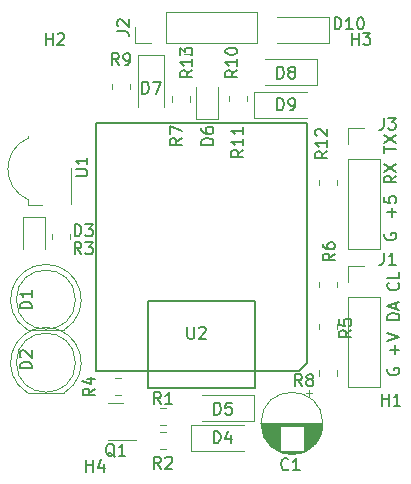
<source format=gto>
G04 #@! TF.GenerationSoftware,KiCad,Pcbnew,7.0.7*
G04 #@! TF.CreationDate,2023-10-16T20:45:54+02:00*
G04 #@! TF.ProjectId,HeatPumpControl,48656174-5075-46d7-9043-6f6e74726f6c,2.0*
G04 #@! TF.SameCoordinates,Original*
G04 #@! TF.FileFunction,Legend,Top*
G04 #@! TF.FilePolarity,Positive*
%FSLAX46Y46*%
G04 Gerber Fmt 4.6, Leading zero omitted, Abs format (unit mm)*
G04 Created by KiCad (PCBNEW 7.0.7) date 2023-10-16 20:45:54*
%MOMM*%
%LPD*%
G01*
G04 APERTURE LIST*
%ADD10C,0.150000*%
%ADD11C,0.120000*%
%ADD12C,0.127000*%
G04 APERTURE END LIST*
D10*
X167904438Y-121531095D02*
X167856819Y-121626333D01*
X167856819Y-121626333D02*
X167856819Y-121769190D01*
X167856819Y-121769190D02*
X167904438Y-121912047D01*
X167904438Y-121912047D02*
X167999676Y-122007285D01*
X167999676Y-122007285D02*
X168094914Y-122054904D01*
X168094914Y-122054904D02*
X168285390Y-122102523D01*
X168285390Y-122102523D02*
X168428247Y-122102523D01*
X168428247Y-122102523D02*
X168618723Y-122054904D01*
X168618723Y-122054904D02*
X168713961Y-122007285D01*
X168713961Y-122007285D02*
X168809200Y-121912047D01*
X168809200Y-121912047D02*
X168856819Y-121769190D01*
X168856819Y-121769190D02*
X168856819Y-121673952D01*
X168856819Y-121673952D02*
X168809200Y-121531095D01*
X168809200Y-121531095D02*
X168761580Y-121483476D01*
X168761580Y-121483476D02*
X168428247Y-121483476D01*
X168428247Y-121483476D02*
X168428247Y-121673952D01*
X169015580Y-125698238D02*
X169063200Y-125745857D01*
X169063200Y-125745857D02*
X169110819Y-125888714D01*
X169110819Y-125888714D02*
X169110819Y-125983952D01*
X169110819Y-125983952D02*
X169063200Y-126126809D01*
X169063200Y-126126809D02*
X168967961Y-126222047D01*
X168967961Y-126222047D02*
X168872723Y-126269666D01*
X168872723Y-126269666D02*
X168682247Y-126317285D01*
X168682247Y-126317285D02*
X168539390Y-126317285D01*
X168539390Y-126317285D02*
X168348914Y-126269666D01*
X168348914Y-126269666D02*
X168253676Y-126222047D01*
X168253676Y-126222047D02*
X168158438Y-126126809D01*
X168158438Y-126126809D02*
X168110819Y-125983952D01*
X168110819Y-125983952D02*
X168110819Y-125888714D01*
X168110819Y-125888714D02*
X168158438Y-125745857D01*
X168158438Y-125745857D02*
X168206057Y-125698238D01*
X169110819Y-124793476D02*
X169110819Y-125269666D01*
X169110819Y-125269666D02*
X168110819Y-125269666D01*
X169110769Y-128833475D02*
X168110769Y-128833475D01*
X168110769Y-128833475D02*
X168110769Y-128595380D01*
X168110769Y-128595380D02*
X168158388Y-128452523D01*
X168158388Y-128452523D02*
X168253626Y-128357285D01*
X168253626Y-128357285D02*
X168348864Y-128309666D01*
X168348864Y-128309666D02*
X168539340Y-128262047D01*
X168539340Y-128262047D02*
X168682197Y-128262047D01*
X168682197Y-128262047D02*
X168872673Y-128309666D01*
X168872673Y-128309666D02*
X168967911Y-128357285D01*
X168967911Y-128357285D02*
X169063150Y-128452523D01*
X169063150Y-128452523D02*
X169110769Y-128595380D01*
X169110769Y-128595380D02*
X169110769Y-128833475D01*
X168825054Y-127881094D02*
X168825054Y-127404904D01*
X169110769Y-127976332D02*
X168110769Y-127642999D01*
X168110769Y-127642999D02*
X169110769Y-127309666D01*
X168856819Y-116625666D02*
X168380628Y-116958999D01*
X168856819Y-117197094D02*
X167856819Y-117197094D01*
X167856819Y-117197094D02*
X167856819Y-116816142D01*
X167856819Y-116816142D02*
X167904438Y-116720904D01*
X167904438Y-116720904D02*
X167952057Y-116673285D01*
X167952057Y-116673285D02*
X168047295Y-116625666D01*
X168047295Y-116625666D02*
X168190152Y-116625666D01*
X168190152Y-116625666D02*
X168285390Y-116673285D01*
X168285390Y-116673285D02*
X168333009Y-116720904D01*
X168333009Y-116720904D02*
X168380628Y-116816142D01*
X168380628Y-116816142D02*
X168380628Y-117197094D01*
X167856819Y-116292332D02*
X168856819Y-115625666D01*
X167856819Y-115625666D02*
X168856819Y-116292332D01*
X168475866Y-120110142D02*
X168475866Y-119348238D01*
X168856819Y-119729190D02*
X168094914Y-119729190D01*
X167856819Y-118395857D02*
X167856819Y-118872047D01*
X167856819Y-118872047D02*
X168333009Y-118919666D01*
X168333009Y-118919666D02*
X168285390Y-118872047D01*
X168285390Y-118872047D02*
X168237771Y-118776809D01*
X168237771Y-118776809D02*
X168237771Y-118538714D01*
X168237771Y-118538714D02*
X168285390Y-118443476D01*
X168285390Y-118443476D02*
X168333009Y-118395857D01*
X168333009Y-118395857D02*
X168428247Y-118348238D01*
X168428247Y-118348238D02*
X168666342Y-118348238D01*
X168666342Y-118348238D02*
X168761580Y-118395857D01*
X168761580Y-118395857D02*
X168809200Y-118443476D01*
X168809200Y-118443476D02*
X168856819Y-118538714D01*
X168856819Y-118538714D02*
X168856819Y-118776809D01*
X168856819Y-118776809D02*
X168809200Y-118872047D01*
X168809200Y-118872047D02*
X168761580Y-118919666D01*
X168158388Y-132961145D02*
X168110769Y-133056383D01*
X168110769Y-133056383D02*
X168110769Y-133199240D01*
X168110769Y-133199240D02*
X168158388Y-133342097D01*
X168158388Y-133342097D02*
X168253626Y-133437335D01*
X168253626Y-133437335D02*
X168348864Y-133484954D01*
X168348864Y-133484954D02*
X168539340Y-133532573D01*
X168539340Y-133532573D02*
X168682197Y-133532573D01*
X168682197Y-133532573D02*
X168872673Y-133484954D01*
X168872673Y-133484954D02*
X168967911Y-133437335D01*
X168967911Y-133437335D02*
X169063150Y-133342097D01*
X169063150Y-133342097D02*
X169110769Y-133199240D01*
X169110769Y-133199240D02*
X169110769Y-133104002D01*
X169110769Y-133104002D02*
X169063150Y-132961145D01*
X169063150Y-132961145D02*
X169015530Y-132913526D01*
X169015530Y-132913526D02*
X168682197Y-132913526D01*
X168682197Y-132913526D02*
X168682197Y-133104002D01*
X167856819Y-114680904D02*
X167856819Y-114109476D01*
X168856819Y-114395190D02*
X167856819Y-114395190D01*
X167856819Y-113871380D02*
X168856819Y-113204714D01*
X167856819Y-113204714D02*
X168856819Y-113871380D01*
X168729866Y-131746523D02*
X168729866Y-130984619D01*
X169110819Y-131365571D02*
X168348914Y-131365571D01*
X168110819Y-130651285D02*
X169110819Y-130317952D01*
X169110819Y-130317952D02*
X168110819Y-129984619D01*
X137995819Y-127865094D02*
X136995819Y-127865094D01*
X136995819Y-127865094D02*
X136995819Y-127626999D01*
X136995819Y-127626999D02*
X137043438Y-127484142D01*
X137043438Y-127484142D02*
X137138676Y-127388904D01*
X137138676Y-127388904D02*
X137233914Y-127341285D01*
X137233914Y-127341285D02*
X137424390Y-127293666D01*
X137424390Y-127293666D02*
X137567247Y-127293666D01*
X137567247Y-127293666D02*
X137757723Y-127341285D01*
X137757723Y-127341285D02*
X137852961Y-127388904D01*
X137852961Y-127388904D02*
X137948200Y-127484142D01*
X137948200Y-127484142D02*
X137995819Y-127626999D01*
X137995819Y-127626999D02*
X137995819Y-127865094D01*
X137995819Y-126341285D02*
X137995819Y-126912713D01*
X137995819Y-126626999D02*
X136995819Y-126626999D01*
X136995819Y-126626999D02*
X137138676Y-126722237D01*
X137138676Y-126722237D02*
X137233914Y-126817475D01*
X137233914Y-126817475D02*
X137281533Y-126912713D01*
X148931333Y-141424819D02*
X148598000Y-140948628D01*
X148359905Y-141424819D02*
X148359905Y-140424819D01*
X148359905Y-140424819D02*
X148740857Y-140424819D01*
X148740857Y-140424819D02*
X148836095Y-140472438D01*
X148836095Y-140472438D02*
X148883714Y-140520057D01*
X148883714Y-140520057D02*
X148931333Y-140615295D01*
X148931333Y-140615295D02*
X148931333Y-140758152D01*
X148931333Y-140758152D02*
X148883714Y-140853390D01*
X148883714Y-140853390D02*
X148836095Y-140901009D01*
X148836095Y-140901009D02*
X148740857Y-140948628D01*
X148740857Y-140948628D02*
X148359905Y-140948628D01*
X149312286Y-140520057D02*
X149359905Y-140472438D01*
X149359905Y-140472438D02*
X149455143Y-140424819D01*
X149455143Y-140424819D02*
X149693238Y-140424819D01*
X149693238Y-140424819D02*
X149788476Y-140472438D01*
X149788476Y-140472438D02*
X149836095Y-140520057D01*
X149836095Y-140520057D02*
X149883714Y-140615295D01*
X149883714Y-140615295D02*
X149883714Y-140710533D01*
X149883714Y-140710533D02*
X149836095Y-140853390D01*
X149836095Y-140853390D02*
X149264667Y-141424819D01*
X149264667Y-141424819D02*
X149883714Y-141424819D01*
X139192095Y-105543819D02*
X139192095Y-104543819D01*
X139192095Y-105020009D02*
X139763523Y-105020009D01*
X139763523Y-105543819D02*
X139763523Y-104543819D01*
X140192095Y-104639057D02*
X140239714Y-104591438D01*
X140239714Y-104591438D02*
X140334952Y-104543819D01*
X140334952Y-104543819D02*
X140573047Y-104543819D01*
X140573047Y-104543819D02*
X140668285Y-104591438D01*
X140668285Y-104591438D02*
X140715904Y-104639057D01*
X140715904Y-104639057D02*
X140763523Y-104734295D01*
X140763523Y-104734295D02*
X140763523Y-104829533D01*
X140763523Y-104829533D02*
X140715904Y-104972390D01*
X140715904Y-104972390D02*
X140144476Y-105543819D01*
X140144476Y-105543819D02*
X140763523Y-105543819D01*
X167640095Y-136090819D02*
X167640095Y-135090819D01*
X167640095Y-135567009D02*
X168211523Y-135567009D01*
X168211523Y-136090819D02*
X168211523Y-135090819D01*
X169211523Y-136090819D02*
X168640095Y-136090819D01*
X168925809Y-136090819D02*
X168925809Y-135090819D01*
X168925809Y-135090819D02*
X168830571Y-135233676D01*
X168830571Y-135233676D02*
X168735333Y-135328914D01*
X168735333Y-135328914D02*
X168640095Y-135376533D01*
X145216819Y-104403333D02*
X145931104Y-104403333D01*
X145931104Y-104403333D02*
X146073961Y-104450952D01*
X146073961Y-104450952D02*
X146169200Y-104546190D01*
X146169200Y-104546190D02*
X146216819Y-104689047D01*
X146216819Y-104689047D02*
X146216819Y-104784285D01*
X145312057Y-103974761D02*
X145264438Y-103927142D01*
X145264438Y-103927142D02*
X145216819Y-103831904D01*
X145216819Y-103831904D02*
X145216819Y-103593809D01*
X145216819Y-103593809D02*
X145264438Y-103498571D01*
X145264438Y-103498571D02*
X145312057Y-103450952D01*
X145312057Y-103450952D02*
X145407295Y-103403333D01*
X145407295Y-103403333D02*
X145502533Y-103403333D01*
X145502533Y-103403333D02*
X145645390Y-103450952D01*
X145645390Y-103450952D02*
X146216819Y-104022380D01*
X146216819Y-104022380D02*
X146216819Y-103403333D01*
X153362819Y-114022094D02*
X152362819Y-114022094D01*
X152362819Y-114022094D02*
X152362819Y-113783999D01*
X152362819Y-113783999D02*
X152410438Y-113641142D01*
X152410438Y-113641142D02*
X152505676Y-113545904D01*
X152505676Y-113545904D02*
X152600914Y-113498285D01*
X152600914Y-113498285D02*
X152791390Y-113450666D01*
X152791390Y-113450666D02*
X152934247Y-113450666D01*
X152934247Y-113450666D02*
X153124723Y-113498285D01*
X153124723Y-113498285D02*
X153219961Y-113545904D01*
X153219961Y-113545904D02*
X153315200Y-113641142D01*
X153315200Y-113641142D02*
X153362819Y-113783999D01*
X153362819Y-113783999D02*
X153362819Y-114022094D01*
X152362819Y-112593523D02*
X152362819Y-112783999D01*
X152362819Y-112783999D02*
X152410438Y-112879237D01*
X152410438Y-112879237D02*
X152458057Y-112926856D01*
X152458057Y-112926856D02*
X152600914Y-113022094D01*
X152600914Y-113022094D02*
X152791390Y-113069713D01*
X152791390Y-113069713D02*
X153172342Y-113069713D01*
X153172342Y-113069713D02*
X153267580Y-113022094D01*
X153267580Y-113022094D02*
X153315200Y-112974475D01*
X153315200Y-112974475D02*
X153362819Y-112879237D01*
X153362819Y-112879237D02*
X153362819Y-112688761D01*
X153362819Y-112688761D02*
X153315200Y-112593523D01*
X153315200Y-112593523D02*
X153267580Y-112545904D01*
X153267580Y-112545904D02*
X153172342Y-112498285D01*
X153172342Y-112498285D02*
X152934247Y-112498285D01*
X152934247Y-112498285D02*
X152839009Y-112545904D01*
X152839009Y-112545904D02*
X152791390Y-112593523D01*
X152791390Y-112593523D02*
X152743771Y-112688761D01*
X152743771Y-112688761D02*
X152743771Y-112879237D01*
X152743771Y-112879237D02*
X152791390Y-112974475D01*
X152791390Y-112974475D02*
X152839009Y-113022094D01*
X152839009Y-113022094D02*
X152934247Y-113069713D01*
X151171895Y-129432519D02*
X151171895Y-130242042D01*
X151171895Y-130242042D02*
X151219514Y-130337280D01*
X151219514Y-130337280D02*
X151267133Y-130384900D01*
X151267133Y-130384900D02*
X151362371Y-130432519D01*
X151362371Y-130432519D02*
X151552847Y-130432519D01*
X151552847Y-130432519D02*
X151648085Y-130384900D01*
X151648085Y-130384900D02*
X151695704Y-130337280D01*
X151695704Y-130337280D02*
X151743323Y-130242042D01*
X151743323Y-130242042D02*
X151743323Y-129432519D01*
X152171895Y-129527757D02*
X152219514Y-129480138D01*
X152219514Y-129480138D02*
X152314752Y-129432519D01*
X152314752Y-129432519D02*
X152552847Y-129432519D01*
X152552847Y-129432519D02*
X152648085Y-129480138D01*
X152648085Y-129480138D02*
X152695704Y-129527757D01*
X152695704Y-129527757D02*
X152743323Y-129622995D01*
X152743323Y-129622995D02*
X152743323Y-129718233D01*
X152743323Y-129718233D02*
X152695704Y-129861090D01*
X152695704Y-129861090D02*
X152124276Y-130432519D01*
X152124276Y-130432519D02*
X152743323Y-130432519D01*
X151584819Y-107703857D02*
X151108628Y-108037190D01*
X151584819Y-108275285D02*
X150584819Y-108275285D01*
X150584819Y-108275285D02*
X150584819Y-107894333D01*
X150584819Y-107894333D02*
X150632438Y-107799095D01*
X150632438Y-107799095D02*
X150680057Y-107751476D01*
X150680057Y-107751476D02*
X150775295Y-107703857D01*
X150775295Y-107703857D02*
X150918152Y-107703857D01*
X150918152Y-107703857D02*
X151013390Y-107751476D01*
X151013390Y-107751476D02*
X151061009Y-107799095D01*
X151061009Y-107799095D02*
X151108628Y-107894333D01*
X151108628Y-107894333D02*
X151108628Y-108275285D01*
X151584819Y-106751476D02*
X151584819Y-107322904D01*
X151584819Y-107037190D02*
X150584819Y-107037190D01*
X150584819Y-107037190D02*
X150727676Y-107132428D01*
X150727676Y-107132428D02*
X150822914Y-107227666D01*
X150822914Y-107227666D02*
X150870533Y-107322904D01*
X150584819Y-106418142D02*
X150584819Y-105799095D01*
X150584819Y-105799095D02*
X150965771Y-106132428D01*
X150965771Y-106132428D02*
X150965771Y-105989571D01*
X150965771Y-105989571D02*
X151013390Y-105894333D01*
X151013390Y-105894333D02*
X151061009Y-105846714D01*
X151061009Y-105846714D02*
X151156247Y-105799095D01*
X151156247Y-105799095D02*
X151394342Y-105799095D01*
X151394342Y-105799095D02*
X151489580Y-105846714D01*
X151489580Y-105846714D02*
X151537200Y-105894333D01*
X151537200Y-105894333D02*
X151584819Y-105989571D01*
X151584819Y-105989571D02*
X151584819Y-106275285D01*
X151584819Y-106275285D02*
X151537200Y-106370523D01*
X151537200Y-106370523D02*
X151489580Y-106418142D01*
X137995819Y-132945094D02*
X136995819Y-132945094D01*
X136995819Y-132945094D02*
X136995819Y-132706999D01*
X136995819Y-132706999D02*
X137043438Y-132564142D01*
X137043438Y-132564142D02*
X137138676Y-132468904D01*
X137138676Y-132468904D02*
X137233914Y-132421285D01*
X137233914Y-132421285D02*
X137424390Y-132373666D01*
X137424390Y-132373666D02*
X137567247Y-132373666D01*
X137567247Y-132373666D02*
X137757723Y-132421285D01*
X137757723Y-132421285D02*
X137852961Y-132468904D01*
X137852961Y-132468904D02*
X137948200Y-132564142D01*
X137948200Y-132564142D02*
X137995819Y-132706999D01*
X137995819Y-132706999D02*
X137995819Y-132945094D01*
X137091057Y-131992713D02*
X137043438Y-131945094D01*
X137043438Y-131945094D02*
X136995819Y-131849856D01*
X136995819Y-131849856D02*
X136995819Y-131611761D01*
X136995819Y-131611761D02*
X137043438Y-131516523D01*
X137043438Y-131516523D02*
X137091057Y-131468904D01*
X137091057Y-131468904D02*
X137186295Y-131421285D01*
X137186295Y-131421285D02*
X137281533Y-131421285D01*
X137281533Y-131421285D02*
X137424390Y-131468904D01*
X137424390Y-131468904D02*
X137995819Y-132040332D01*
X137995819Y-132040332D02*
X137995819Y-131421285D01*
X153411905Y-139265819D02*
X153411905Y-138265819D01*
X153411905Y-138265819D02*
X153650000Y-138265819D01*
X153650000Y-138265819D02*
X153792857Y-138313438D01*
X153792857Y-138313438D02*
X153888095Y-138408676D01*
X153888095Y-138408676D02*
X153935714Y-138503914D01*
X153935714Y-138503914D02*
X153983333Y-138694390D01*
X153983333Y-138694390D02*
X153983333Y-138837247D01*
X153983333Y-138837247D02*
X153935714Y-139027723D01*
X153935714Y-139027723D02*
X153888095Y-139122961D01*
X153888095Y-139122961D02*
X153792857Y-139218200D01*
X153792857Y-139218200D02*
X153650000Y-139265819D01*
X153650000Y-139265819D02*
X153411905Y-139265819D01*
X154840476Y-138599152D02*
X154840476Y-139265819D01*
X154602381Y-138218200D02*
X154364286Y-138932485D01*
X154364286Y-138932485D02*
X154983333Y-138932485D01*
X143329819Y-134659666D02*
X142853628Y-134992999D01*
X143329819Y-135231094D02*
X142329819Y-135231094D01*
X142329819Y-135231094D02*
X142329819Y-134850142D01*
X142329819Y-134850142D02*
X142377438Y-134754904D01*
X142377438Y-134754904D02*
X142425057Y-134707285D01*
X142425057Y-134707285D02*
X142520295Y-134659666D01*
X142520295Y-134659666D02*
X142663152Y-134659666D01*
X142663152Y-134659666D02*
X142758390Y-134707285D01*
X142758390Y-134707285D02*
X142806009Y-134754904D01*
X142806009Y-134754904D02*
X142853628Y-134850142D01*
X142853628Y-134850142D02*
X142853628Y-135231094D01*
X142663152Y-133802523D02*
X143329819Y-133802523D01*
X142282200Y-134040618D02*
X142996485Y-134278713D01*
X142996485Y-134278713D02*
X142996485Y-133659666D01*
X163649819Y-123229666D02*
X163173628Y-123562999D01*
X163649819Y-123801094D02*
X162649819Y-123801094D01*
X162649819Y-123801094D02*
X162649819Y-123420142D01*
X162649819Y-123420142D02*
X162697438Y-123324904D01*
X162697438Y-123324904D02*
X162745057Y-123277285D01*
X162745057Y-123277285D02*
X162840295Y-123229666D01*
X162840295Y-123229666D02*
X162983152Y-123229666D01*
X162983152Y-123229666D02*
X163078390Y-123277285D01*
X163078390Y-123277285D02*
X163126009Y-123324904D01*
X163126009Y-123324904D02*
X163173628Y-123420142D01*
X163173628Y-123420142D02*
X163173628Y-123801094D01*
X162649819Y-122372523D02*
X162649819Y-122562999D01*
X162649819Y-122562999D02*
X162697438Y-122658237D01*
X162697438Y-122658237D02*
X162745057Y-122705856D01*
X162745057Y-122705856D02*
X162887914Y-122801094D01*
X162887914Y-122801094D02*
X163078390Y-122848713D01*
X163078390Y-122848713D02*
X163459342Y-122848713D01*
X163459342Y-122848713D02*
X163554580Y-122801094D01*
X163554580Y-122801094D02*
X163602200Y-122753475D01*
X163602200Y-122753475D02*
X163649819Y-122658237D01*
X163649819Y-122658237D02*
X163649819Y-122467761D01*
X163649819Y-122467761D02*
X163602200Y-122372523D01*
X163602200Y-122372523D02*
X163554580Y-122324904D01*
X163554580Y-122324904D02*
X163459342Y-122277285D01*
X163459342Y-122277285D02*
X163221247Y-122277285D01*
X163221247Y-122277285D02*
X163126009Y-122324904D01*
X163126009Y-122324904D02*
X163078390Y-122372523D01*
X163078390Y-122372523D02*
X163030771Y-122467761D01*
X163030771Y-122467761D02*
X163030771Y-122658237D01*
X163030771Y-122658237D02*
X163078390Y-122753475D01*
X163078390Y-122753475D02*
X163126009Y-122801094D01*
X163126009Y-122801094D02*
X163221247Y-122848713D01*
X167814666Y-123152819D02*
X167814666Y-123867104D01*
X167814666Y-123867104D02*
X167767047Y-124009961D01*
X167767047Y-124009961D02*
X167671809Y-124105200D01*
X167671809Y-124105200D02*
X167528952Y-124152819D01*
X167528952Y-124152819D02*
X167433714Y-124152819D01*
X168814666Y-124152819D02*
X168243238Y-124152819D01*
X168528952Y-124152819D02*
X168528952Y-123152819D01*
X168528952Y-123152819D02*
X168433714Y-123295676D01*
X168433714Y-123295676D02*
X168338476Y-123390914D01*
X168338476Y-123390914D02*
X168243238Y-123438533D01*
X153439905Y-136852819D02*
X153439905Y-135852819D01*
X153439905Y-135852819D02*
X153678000Y-135852819D01*
X153678000Y-135852819D02*
X153820857Y-135900438D01*
X153820857Y-135900438D02*
X153916095Y-135995676D01*
X153916095Y-135995676D02*
X153963714Y-136090914D01*
X153963714Y-136090914D02*
X154011333Y-136281390D01*
X154011333Y-136281390D02*
X154011333Y-136424247D01*
X154011333Y-136424247D02*
X153963714Y-136614723D01*
X153963714Y-136614723D02*
X153916095Y-136709961D01*
X153916095Y-136709961D02*
X153820857Y-136805200D01*
X153820857Y-136805200D02*
X153678000Y-136852819D01*
X153678000Y-136852819D02*
X153439905Y-136852819D01*
X154916095Y-135852819D02*
X154439905Y-135852819D01*
X154439905Y-135852819D02*
X154392286Y-136329009D01*
X154392286Y-136329009D02*
X154439905Y-136281390D01*
X154439905Y-136281390D02*
X154535143Y-136233771D01*
X154535143Y-136233771D02*
X154773238Y-136233771D01*
X154773238Y-136233771D02*
X154868476Y-136281390D01*
X154868476Y-136281390D02*
X154916095Y-136329009D01*
X154916095Y-136329009D02*
X154963714Y-136424247D01*
X154963714Y-136424247D02*
X154963714Y-136662342D01*
X154963714Y-136662342D02*
X154916095Y-136757580D01*
X154916095Y-136757580D02*
X154868476Y-136805200D01*
X154868476Y-136805200D02*
X154773238Y-136852819D01*
X154773238Y-136852819D02*
X154535143Y-136852819D01*
X154535143Y-136852819D02*
X154439905Y-136805200D01*
X154439905Y-136805200D02*
X154392286Y-136757580D01*
X141628905Y-121739819D02*
X141628905Y-120739819D01*
X141628905Y-120739819D02*
X141867000Y-120739819D01*
X141867000Y-120739819D02*
X142009857Y-120787438D01*
X142009857Y-120787438D02*
X142105095Y-120882676D01*
X142105095Y-120882676D02*
X142152714Y-120977914D01*
X142152714Y-120977914D02*
X142200333Y-121168390D01*
X142200333Y-121168390D02*
X142200333Y-121311247D01*
X142200333Y-121311247D02*
X142152714Y-121501723D01*
X142152714Y-121501723D02*
X142105095Y-121596961D01*
X142105095Y-121596961D02*
X142009857Y-121692200D01*
X142009857Y-121692200D02*
X141867000Y-121739819D01*
X141867000Y-121739819D02*
X141628905Y-121739819D01*
X142533667Y-120739819D02*
X143152714Y-120739819D01*
X143152714Y-120739819D02*
X142819381Y-121120771D01*
X142819381Y-121120771D02*
X142962238Y-121120771D01*
X142962238Y-121120771D02*
X143057476Y-121168390D01*
X143057476Y-121168390D02*
X143105095Y-121216009D01*
X143105095Y-121216009D02*
X143152714Y-121311247D01*
X143152714Y-121311247D02*
X143152714Y-121549342D01*
X143152714Y-121549342D02*
X143105095Y-121644580D01*
X143105095Y-121644580D02*
X143057476Y-121692200D01*
X143057476Y-121692200D02*
X142962238Y-121739819D01*
X142962238Y-121739819D02*
X142676524Y-121739819D01*
X142676524Y-121739819D02*
X142581286Y-121692200D01*
X142581286Y-121692200D02*
X142533667Y-121644580D01*
X163631714Y-104213819D02*
X163631714Y-103213819D01*
X163631714Y-103213819D02*
X163869809Y-103213819D01*
X163869809Y-103213819D02*
X164012666Y-103261438D01*
X164012666Y-103261438D02*
X164107904Y-103356676D01*
X164107904Y-103356676D02*
X164155523Y-103451914D01*
X164155523Y-103451914D02*
X164203142Y-103642390D01*
X164203142Y-103642390D02*
X164203142Y-103785247D01*
X164203142Y-103785247D02*
X164155523Y-103975723D01*
X164155523Y-103975723D02*
X164107904Y-104070961D01*
X164107904Y-104070961D02*
X164012666Y-104166200D01*
X164012666Y-104166200D02*
X163869809Y-104213819D01*
X163869809Y-104213819D02*
X163631714Y-104213819D01*
X165155523Y-104213819D02*
X164584095Y-104213819D01*
X164869809Y-104213819D02*
X164869809Y-103213819D01*
X164869809Y-103213819D02*
X164774571Y-103356676D01*
X164774571Y-103356676D02*
X164679333Y-103451914D01*
X164679333Y-103451914D02*
X164584095Y-103499533D01*
X165774571Y-103213819D02*
X165869809Y-103213819D01*
X165869809Y-103213819D02*
X165965047Y-103261438D01*
X165965047Y-103261438D02*
X166012666Y-103309057D01*
X166012666Y-103309057D02*
X166060285Y-103404295D01*
X166060285Y-103404295D02*
X166107904Y-103594771D01*
X166107904Y-103594771D02*
X166107904Y-103832866D01*
X166107904Y-103832866D02*
X166060285Y-104023342D01*
X166060285Y-104023342D02*
X166012666Y-104118580D01*
X166012666Y-104118580D02*
X165965047Y-104166200D01*
X165965047Y-104166200D02*
X165869809Y-104213819D01*
X165869809Y-104213819D02*
X165774571Y-104213819D01*
X165774571Y-104213819D02*
X165679333Y-104166200D01*
X165679333Y-104166200D02*
X165631714Y-104118580D01*
X165631714Y-104118580D02*
X165584095Y-104023342D01*
X165584095Y-104023342D02*
X165536476Y-103832866D01*
X165536476Y-103832866D02*
X165536476Y-103594771D01*
X165536476Y-103594771D02*
X165584095Y-103404295D01*
X165584095Y-103404295D02*
X165631714Y-103309057D01*
X165631714Y-103309057D02*
X165679333Y-103261438D01*
X165679333Y-103261438D02*
X165774571Y-103213819D01*
X159726333Y-141456580D02*
X159678714Y-141504200D01*
X159678714Y-141504200D02*
X159535857Y-141551819D01*
X159535857Y-141551819D02*
X159440619Y-141551819D01*
X159440619Y-141551819D02*
X159297762Y-141504200D01*
X159297762Y-141504200D02*
X159202524Y-141408961D01*
X159202524Y-141408961D02*
X159154905Y-141313723D01*
X159154905Y-141313723D02*
X159107286Y-141123247D01*
X159107286Y-141123247D02*
X159107286Y-140980390D01*
X159107286Y-140980390D02*
X159154905Y-140789914D01*
X159154905Y-140789914D02*
X159202524Y-140694676D01*
X159202524Y-140694676D02*
X159297762Y-140599438D01*
X159297762Y-140599438D02*
X159440619Y-140551819D01*
X159440619Y-140551819D02*
X159535857Y-140551819D01*
X159535857Y-140551819D02*
X159678714Y-140599438D01*
X159678714Y-140599438D02*
X159726333Y-140647057D01*
X160678714Y-141551819D02*
X160107286Y-141551819D01*
X160393000Y-141551819D02*
X160393000Y-140551819D01*
X160393000Y-140551819D02*
X160297762Y-140694676D01*
X160297762Y-140694676D02*
X160202524Y-140789914D01*
X160202524Y-140789914D02*
X160107286Y-140837533D01*
X155902819Y-114434857D02*
X155426628Y-114768190D01*
X155902819Y-115006285D02*
X154902819Y-115006285D01*
X154902819Y-115006285D02*
X154902819Y-114625333D01*
X154902819Y-114625333D02*
X154950438Y-114530095D01*
X154950438Y-114530095D02*
X154998057Y-114482476D01*
X154998057Y-114482476D02*
X155093295Y-114434857D01*
X155093295Y-114434857D02*
X155236152Y-114434857D01*
X155236152Y-114434857D02*
X155331390Y-114482476D01*
X155331390Y-114482476D02*
X155379009Y-114530095D01*
X155379009Y-114530095D02*
X155426628Y-114625333D01*
X155426628Y-114625333D02*
X155426628Y-115006285D01*
X155902819Y-113482476D02*
X155902819Y-114053904D01*
X155902819Y-113768190D02*
X154902819Y-113768190D01*
X154902819Y-113768190D02*
X155045676Y-113863428D01*
X155045676Y-113863428D02*
X155140914Y-113958666D01*
X155140914Y-113958666D02*
X155188533Y-114053904D01*
X155902819Y-112530095D02*
X155902819Y-113101523D01*
X155902819Y-112815809D02*
X154902819Y-112815809D01*
X154902819Y-112815809D02*
X155045676Y-112911047D01*
X155045676Y-112911047D02*
X155140914Y-113006285D01*
X155140914Y-113006285D02*
X155188533Y-113101523D01*
X141703819Y-116672904D02*
X142513342Y-116672904D01*
X142513342Y-116672904D02*
X142608580Y-116625285D01*
X142608580Y-116625285D02*
X142656200Y-116577666D01*
X142656200Y-116577666D02*
X142703819Y-116482428D01*
X142703819Y-116482428D02*
X142703819Y-116291952D01*
X142703819Y-116291952D02*
X142656200Y-116196714D01*
X142656200Y-116196714D02*
X142608580Y-116149095D01*
X142608580Y-116149095D02*
X142513342Y-116101476D01*
X142513342Y-116101476D02*
X141703819Y-116101476D01*
X142703819Y-115101476D02*
X142703819Y-115672904D01*
X142703819Y-115387190D02*
X141703819Y-115387190D01*
X141703819Y-115387190D02*
X141846676Y-115482428D01*
X141846676Y-115482428D02*
X141941914Y-115577666D01*
X141941914Y-115577666D02*
X141989533Y-115672904D01*
X150695819Y-113450666D02*
X150219628Y-113783999D01*
X150695819Y-114022094D02*
X149695819Y-114022094D01*
X149695819Y-114022094D02*
X149695819Y-113641142D01*
X149695819Y-113641142D02*
X149743438Y-113545904D01*
X149743438Y-113545904D02*
X149791057Y-113498285D01*
X149791057Y-113498285D02*
X149886295Y-113450666D01*
X149886295Y-113450666D02*
X150029152Y-113450666D01*
X150029152Y-113450666D02*
X150124390Y-113498285D01*
X150124390Y-113498285D02*
X150172009Y-113545904D01*
X150172009Y-113545904D02*
X150219628Y-113641142D01*
X150219628Y-113641142D02*
X150219628Y-114022094D01*
X149695819Y-113117332D02*
X149695819Y-112450666D01*
X149695819Y-112450666D02*
X150695819Y-112879237D01*
X142621095Y-141678819D02*
X142621095Y-140678819D01*
X142621095Y-141155009D02*
X143192523Y-141155009D01*
X143192523Y-141678819D02*
X143192523Y-140678819D01*
X144097285Y-141012152D02*
X144097285Y-141678819D01*
X143859190Y-140631200D02*
X143621095Y-141345485D01*
X143621095Y-141345485D02*
X144240142Y-141345485D01*
X158773905Y-111071819D02*
X158773905Y-110071819D01*
X158773905Y-110071819D02*
X159012000Y-110071819D01*
X159012000Y-110071819D02*
X159154857Y-110119438D01*
X159154857Y-110119438D02*
X159250095Y-110214676D01*
X159250095Y-110214676D02*
X159297714Y-110309914D01*
X159297714Y-110309914D02*
X159345333Y-110500390D01*
X159345333Y-110500390D02*
X159345333Y-110643247D01*
X159345333Y-110643247D02*
X159297714Y-110833723D01*
X159297714Y-110833723D02*
X159250095Y-110928961D01*
X159250095Y-110928961D02*
X159154857Y-111024200D01*
X159154857Y-111024200D02*
X159012000Y-111071819D01*
X159012000Y-111071819D02*
X158773905Y-111071819D01*
X159821524Y-111071819D02*
X160012000Y-111071819D01*
X160012000Y-111071819D02*
X160107238Y-111024200D01*
X160107238Y-111024200D02*
X160154857Y-110976580D01*
X160154857Y-110976580D02*
X160250095Y-110833723D01*
X160250095Y-110833723D02*
X160297714Y-110643247D01*
X160297714Y-110643247D02*
X160297714Y-110262295D01*
X160297714Y-110262295D02*
X160250095Y-110167057D01*
X160250095Y-110167057D02*
X160202476Y-110119438D01*
X160202476Y-110119438D02*
X160107238Y-110071819D01*
X160107238Y-110071819D02*
X159916762Y-110071819D01*
X159916762Y-110071819D02*
X159821524Y-110119438D01*
X159821524Y-110119438D02*
X159773905Y-110167057D01*
X159773905Y-110167057D02*
X159726286Y-110262295D01*
X159726286Y-110262295D02*
X159726286Y-110500390D01*
X159726286Y-110500390D02*
X159773905Y-110595628D01*
X159773905Y-110595628D02*
X159821524Y-110643247D01*
X159821524Y-110643247D02*
X159916762Y-110690866D01*
X159916762Y-110690866D02*
X160107238Y-110690866D01*
X160107238Y-110690866D02*
X160202476Y-110643247D01*
X160202476Y-110643247D02*
X160250095Y-110595628D01*
X160250095Y-110595628D02*
X160297714Y-110500390D01*
X145375333Y-107261819D02*
X145042000Y-106785628D01*
X144803905Y-107261819D02*
X144803905Y-106261819D01*
X144803905Y-106261819D02*
X145184857Y-106261819D01*
X145184857Y-106261819D02*
X145280095Y-106309438D01*
X145280095Y-106309438D02*
X145327714Y-106357057D01*
X145327714Y-106357057D02*
X145375333Y-106452295D01*
X145375333Y-106452295D02*
X145375333Y-106595152D01*
X145375333Y-106595152D02*
X145327714Y-106690390D01*
X145327714Y-106690390D02*
X145280095Y-106738009D01*
X145280095Y-106738009D02*
X145184857Y-106785628D01*
X145184857Y-106785628D02*
X144803905Y-106785628D01*
X145851524Y-107261819D02*
X146042000Y-107261819D01*
X146042000Y-107261819D02*
X146137238Y-107214200D01*
X146137238Y-107214200D02*
X146184857Y-107166580D01*
X146184857Y-107166580D02*
X146280095Y-107023723D01*
X146280095Y-107023723D02*
X146327714Y-106833247D01*
X146327714Y-106833247D02*
X146327714Y-106452295D01*
X146327714Y-106452295D02*
X146280095Y-106357057D01*
X146280095Y-106357057D02*
X146232476Y-106309438D01*
X146232476Y-106309438D02*
X146137238Y-106261819D01*
X146137238Y-106261819D02*
X145946762Y-106261819D01*
X145946762Y-106261819D02*
X145851524Y-106309438D01*
X145851524Y-106309438D02*
X145803905Y-106357057D01*
X145803905Y-106357057D02*
X145756286Y-106452295D01*
X145756286Y-106452295D02*
X145756286Y-106690390D01*
X145756286Y-106690390D02*
X145803905Y-106785628D01*
X145803905Y-106785628D02*
X145851524Y-106833247D01*
X145851524Y-106833247D02*
X145946762Y-106880866D01*
X145946762Y-106880866D02*
X146137238Y-106880866D01*
X146137238Y-106880866D02*
X146232476Y-106833247D01*
X146232476Y-106833247D02*
X146280095Y-106785628D01*
X146280095Y-106785628D02*
X146327714Y-106690390D01*
X158773905Y-108404819D02*
X158773905Y-107404819D01*
X158773905Y-107404819D02*
X159012000Y-107404819D01*
X159012000Y-107404819D02*
X159154857Y-107452438D01*
X159154857Y-107452438D02*
X159250095Y-107547676D01*
X159250095Y-107547676D02*
X159297714Y-107642914D01*
X159297714Y-107642914D02*
X159345333Y-107833390D01*
X159345333Y-107833390D02*
X159345333Y-107976247D01*
X159345333Y-107976247D02*
X159297714Y-108166723D01*
X159297714Y-108166723D02*
X159250095Y-108261961D01*
X159250095Y-108261961D02*
X159154857Y-108357200D01*
X159154857Y-108357200D02*
X159012000Y-108404819D01*
X159012000Y-108404819D02*
X158773905Y-108404819D01*
X159916762Y-107833390D02*
X159821524Y-107785771D01*
X159821524Y-107785771D02*
X159773905Y-107738152D01*
X159773905Y-107738152D02*
X159726286Y-107642914D01*
X159726286Y-107642914D02*
X159726286Y-107595295D01*
X159726286Y-107595295D02*
X159773905Y-107500057D01*
X159773905Y-107500057D02*
X159821524Y-107452438D01*
X159821524Y-107452438D02*
X159916762Y-107404819D01*
X159916762Y-107404819D02*
X160107238Y-107404819D01*
X160107238Y-107404819D02*
X160202476Y-107452438D01*
X160202476Y-107452438D02*
X160250095Y-107500057D01*
X160250095Y-107500057D02*
X160297714Y-107595295D01*
X160297714Y-107595295D02*
X160297714Y-107642914D01*
X160297714Y-107642914D02*
X160250095Y-107738152D01*
X160250095Y-107738152D02*
X160202476Y-107785771D01*
X160202476Y-107785771D02*
X160107238Y-107833390D01*
X160107238Y-107833390D02*
X159916762Y-107833390D01*
X159916762Y-107833390D02*
X159821524Y-107881009D01*
X159821524Y-107881009D02*
X159773905Y-107928628D01*
X159773905Y-107928628D02*
X159726286Y-108023866D01*
X159726286Y-108023866D02*
X159726286Y-108214342D01*
X159726286Y-108214342D02*
X159773905Y-108309580D01*
X159773905Y-108309580D02*
X159821524Y-108357200D01*
X159821524Y-108357200D02*
X159916762Y-108404819D01*
X159916762Y-108404819D02*
X160107238Y-108404819D01*
X160107238Y-108404819D02*
X160202476Y-108357200D01*
X160202476Y-108357200D02*
X160250095Y-108309580D01*
X160250095Y-108309580D02*
X160297714Y-108214342D01*
X160297714Y-108214342D02*
X160297714Y-108023866D01*
X160297714Y-108023866D02*
X160250095Y-107928628D01*
X160250095Y-107928628D02*
X160202476Y-107881009D01*
X160202476Y-107881009D02*
X160107238Y-107833390D01*
X167814666Y-111722819D02*
X167814666Y-112437104D01*
X167814666Y-112437104D02*
X167767047Y-112579961D01*
X167767047Y-112579961D02*
X167671809Y-112675200D01*
X167671809Y-112675200D02*
X167528952Y-112722819D01*
X167528952Y-112722819D02*
X167433714Y-112722819D01*
X168195619Y-111722819D02*
X168814666Y-111722819D01*
X168814666Y-111722819D02*
X168481333Y-112103771D01*
X168481333Y-112103771D02*
X168624190Y-112103771D01*
X168624190Y-112103771D02*
X168719428Y-112151390D01*
X168719428Y-112151390D02*
X168767047Y-112199009D01*
X168767047Y-112199009D02*
X168814666Y-112294247D01*
X168814666Y-112294247D02*
X168814666Y-112532342D01*
X168814666Y-112532342D02*
X168767047Y-112627580D01*
X168767047Y-112627580D02*
X168719428Y-112675200D01*
X168719428Y-112675200D02*
X168624190Y-112722819D01*
X168624190Y-112722819D02*
X168338476Y-112722819D01*
X168338476Y-112722819D02*
X168243238Y-112675200D01*
X168243238Y-112675200D02*
X168195619Y-112627580D01*
X148931333Y-135963819D02*
X148598000Y-135487628D01*
X148359905Y-135963819D02*
X148359905Y-134963819D01*
X148359905Y-134963819D02*
X148740857Y-134963819D01*
X148740857Y-134963819D02*
X148836095Y-135011438D01*
X148836095Y-135011438D02*
X148883714Y-135059057D01*
X148883714Y-135059057D02*
X148931333Y-135154295D01*
X148931333Y-135154295D02*
X148931333Y-135297152D01*
X148931333Y-135297152D02*
X148883714Y-135392390D01*
X148883714Y-135392390D02*
X148836095Y-135440009D01*
X148836095Y-135440009D02*
X148740857Y-135487628D01*
X148740857Y-135487628D02*
X148359905Y-135487628D01*
X149883714Y-135963819D02*
X149312286Y-135963819D01*
X149598000Y-135963819D02*
X149598000Y-134963819D01*
X149598000Y-134963819D02*
X149502762Y-135106676D01*
X149502762Y-135106676D02*
X149407524Y-135201914D01*
X149407524Y-135201914D02*
X149312286Y-135249533D01*
X145017261Y-140425057D02*
X144922023Y-140377438D01*
X144922023Y-140377438D02*
X144826785Y-140282200D01*
X144826785Y-140282200D02*
X144683928Y-140139342D01*
X144683928Y-140139342D02*
X144588690Y-140091723D01*
X144588690Y-140091723D02*
X144493452Y-140091723D01*
X144541071Y-140329819D02*
X144445833Y-140282200D01*
X144445833Y-140282200D02*
X144350595Y-140186961D01*
X144350595Y-140186961D02*
X144302976Y-139996485D01*
X144302976Y-139996485D02*
X144302976Y-139663152D01*
X144302976Y-139663152D02*
X144350595Y-139472676D01*
X144350595Y-139472676D02*
X144445833Y-139377438D01*
X144445833Y-139377438D02*
X144541071Y-139329819D01*
X144541071Y-139329819D02*
X144731547Y-139329819D01*
X144731547Y-139329819D02*
X144826785Y-139377438D01*
X144826785Y-139377438D02*
X144922023Y-139472676D01*
X144922023Y-139472676D02*
X144969642Y-139663152D01*
X144969642Y-139663152D02*
X144969642Y-139996485D01*
X144969642Y-139996485D02*
X144922023Y-140186961D01*
X144922023Y-140186961D02*
X144826785Y-140282200D01*
X144826785Y-140282200D02*
X144731547Y-140329819D01*
X144731547Y-140329819D02*
X144541071Y-140329819D01*
X145922023Y-140329819D02*
X145350595Y-140329819D01*
X145636309Y-140329819D02*
X145636309Y-139329819D01*
X145636309Y-139329819D02*
X145541071Y-139472676D01*
X145541071Y-139472676D02*
X145445833Y-139567914D01*
X145445833Y-139567914D02*
X145350595Y-139615533D01*
X165100095Y-105543819D02*
X165100095Y-104543819D01*
X165100095Y-105020009D02*
X165671523Y-105020009D01*
X165671523Y-105543819D02*
X165671523Y-104543819D01*
X166052476Y-104543819D02*
X166671523Y-104543819D01*
X166671523Y-104543819D02*
X166338190Y-104924771D01*
X166338190Y-104924771D02*
X166481047Y-104924771D01*
X166481047Y-104924771D02*
X166576285Y-104972390D01*
X166576285Y-104972390D02*
X166623904Y-105020009D01*
X166623904Y-105020009D02*
X166671523Y-105115247D01*
X166671523Y-105115247D02*
X166671523Y-105353342D01*
X166671523Y-105353342D02*
X166623904Y-105448580D01*
X166623904Y-105448580D02*
X166576285Y-105496200D01*
X166576285Y-105496200D02*
X166481047Y-105543819D01*
X166481047Y-105543819D02*
X166195333Y-105543819D01*
X166195333Y-105543819D02*
X166100095Y-105496200D01*
X166100095Y-105496200D02*
X166052476Y-105448580D01*
X160869333Y-134439819D02*
X160536000Y-133963628D01*
X160297905Y-134439819D02*
X160297905Y-133439819D01*
X160297905Y-133439819D02*
X160678857Y-133439819D01*
X160678857Y-133439819D02*
X160774095Y-133487438D01*
X160774095Y-133487438D02*
X160821714Y-133535057D01*
X160821714Y-133535057D02*
X160869333Y-133630295D01*
X160869333Y-133630295D02*
X160869333Y-133773152D01*
X160869333Y-133773152D02*
X160821714Y-133868390D01*
X160821714Y-133868390D02*
X160774095Y-133916009D01*
X160774095Y-133916009D02*
X160678857Y-133963628D01*
X160678857Y-133963628D02*
X160297905Y-133963628D01*
X161440762Y-133868390D02*
X161345524Y-133820771D01*
X161345524Y-133820771D02*
X161297905Y-133773152D01*
X161297905Y-133773152D02*
X161250286Y-133677914D01*
X161250286Y-133677914D02*
X161250286Y-133630295D01*
X161250286Y-133630295D02*
X161297905Y-133535057D01*
X161297905Y-133535057D02*
X161345524Y-133487438D01*
X161345524Y-133487438D02*
X161440762Y-133439819D01*
X161440762Y-133439819D02*
X161631238Y-133439819D01*
X161631238Y-133439819D02*
X161726476Y-133487438D01*
X161726476Y-133487438D02*
X161774095Y-133535057D01*
X161774095Y-133535057D02*
X161821714Y-133630295D01*
X161821714Y-133630295D02*
X161821714Y-133677914D01*
X161821714Y-133677914D02*
X161774095Y-133773152D01*
X161774095Y-133773152D02*
X161726476Y-133820771D01*
X161726476Y-133820771D02*
X161631238Y-133868390D01*
X161631238Y-133868390D02*
X161440762Y-133868390D01*
X161440762Y-133868390D02*
X161345524Y-133916009D01*
X161345524Y-133916009D02*
X161297905Y-133963628D01*
X161297905Y-133963628D02*
X161250286Y-134058866D01*
X161250286Y-134058866D02*
X161250286Y-134249342D01*
X161250286Y-134249342D02*
X161297905Y-134344580D01*
X161297905Y-134344580D02*
X161345524Y-134392200D01*
X161345524Y-134392200D02*
X161440762Y-134439819D01*
X161440762Y-134439819D02*
X161631238Y-134439819D01*
X161631238Y-134439819D02*
X161726476Y-134392200D01*
X161726476Y-134392200D02*
X161774095Y-134344580D01*
X161774095Y-134344580D02*
X161821714Y-134249342D01*
X161821714Y-134249342D02*
X161821714Y-134058866D01*
X161821714Y-134058866D02*
X161774095Y-133963628D01*
X161774095Y-133963628D02*
X161726476Y-133916009D01*
X161726476Y-133916009D02*
X161631238Y-133868390D01*
X155394819Y-107703857D02*
X154918628Y-108037190D01*
X155394819Y-108275285D02*
X154394819Y-108275285D01*
X154394819Y-108275285D02*
X154394819Y-107894333D01*
X154394819Y-107894333D02*
X154442438Y-107799095D01*
X154442438Y-107799095D02*
X154490057Y-107751476D01*
X154490057Y-107751476D02*
X154585295Y-107703857D01*
X154585295Y-107703857D02*
X154728152Y-107703857D01*
X154728152Y-107703857D02*
X154823390Y-107751476D01*
X154823390Y-107751476D02*
X154871009Y-107799095D01*
X154871009Y-107799095D02*
X154918628Y-107894333D01*
X154918628Y-107894333D02*
X154918628Y-108275285D01*
X155394819Y-106751476D02*
X155394819Y-107322904D01*
X155394819Y-107037190D02*
X154394819Y-107037190D01*
X154394819Y-107037190D02*
X154537676Y-107132428D01*
X154537676Y-107132428D02*
X154632914Y-107227666D01*
X154632914Y-107227666D02*
X154680533Y-107322904D01*
X154394819Y-106132428D02*
X154394819Y-106037190D01*
X154394819Y-106037190D02*
X154442438Y-105941952D01*
X154442438Y-105941952D02*
X154490057Y-105894333D01*
X154490057Y-105894333D02*
X154585295Y-105846714D01*
X154585295Y-105846714D02*
X154775771Y-105799095D01*
X154775771Y-105799095D02*
X155013866Y-105799095D01*
X155013866Y-105799095D02*
X155204342Y-105846714D01*
X155204342Y-105846714D02*
X155299580Y-105894333D01*
X155299580Y-105894333D02*
X155347200Y-105941952D01*
X155347200Y-105941952D02*
X155394819Y-106037190D01*
X155394819Y-106037190D02*
X155394819Y-106132428D01*
X155394819Y-106132428D02*
X155347200Y-106227666D01*
X155347200Y-106227666D02*
X155299580Y-106275285D01*
X155299580Y-106275285D02*
X155204342Y-106322904D01*
X155204342Y-106322904D02*
X155013866Y-106370523D01*
X155013866Y-106370523D02*
X154775771Y-106370523D01*
X154775771Y-106370523D02*
X154585295Y-106322904D01*
X154585295Y-106322904D02*
X154490057Y-106275285D01*
X154490057Y-106275285D02*
X154442438Y-106227666D01*
X154442438Y-106227666D02*
X154394819Y-106132428D01*
X165046819Y-129706666D02*
X164570628Y-130039999D01*
X165046819Y-130278094D02*
X164046819Y-130278094D01*
X164046819Y-130278094D02*
X164046819Y-129897142D01*
X164046819Y-129897142D02*
X164094438Y-129801904D01*
X164094438Y-129801904D02*
X164142057Y-129754285D01*
X164142057Y-129754285D02*
X164237295Y-129706666D01*
X164237295Y-129706666D02*
X164380152Y-129706666D01*
X164380152Y-129706666D02*
X164475390Y-129754285D01*
X164475390Y-129754285D02*
X164523009Y-129801904D01*
X164523009Y-129801904D02*
X164570628Y-129897142D01*
X164570628Y-129897142D02*
X164570628Y-130278094D01*
X164046819Y-128801904D02*
X164046819Y-129278094D01*
X164046819Y-129278094D02*
X164523009Y-129325713D01*
X164523009Y-129325713D02*
X164475390Y-129278094D01*
X164475390Y-129278094D02*
X164427771Y-129182856D01*
X164427771Y-129182856D02*
X164427771Y-128944761D01*
X164427771Y-128944761D02*
X164475390Y-128849523D01*
X164475390Y-128849523D02*
X164523009Y-128801904D01*
X164523009Y-128801904D02*
X164618247Y-128754285D01*
X164618247Y-128754285D02*
X164856342Y-128754285D01*
X164856342Y-128754285D02*
X164951580Y-128801904D01*
X164951580Y-128801904D02*
X164999200Y-128849523D01*
X164999200Y-128849523D02*
X165046819Y-128944761D01*
X165046819Y-128944761D02*
X165046819Y-129182856D01*
X165046819Y-129182856D02*
X164999200Y-129278094D01*
X164999200Y-129278094D02*
X164951580Y-129325713D01*
X163014819Y-114561857D02*
X162538628Y-114895190D01*
X163014819Y-115133285D02*
X162014819Y-115133285D01*
X162014819Y-115133285D02*
X162014819Y-114752333D01*
X162014819Y-114752333D02*
X162062438Y-114657095D01*
X162062438Y-114657095D02*
X162110057Y-114609476D01*
X162110057Y-114609476D02*
X162205295Y-114561857D01*
X162205295Y-114561857D02*
X162348152Y-114561857D01*
X162348152Y-114561857D02*
X162443390Y-114609476D01*
X162443390Y-114609476D02*
X162491009Y-114657095D01*
X162491009Y-114657095D02*
X162538628Y-114752333D01*
X162538628Y-114752333D02*
X162538628Y-115133285D01*
X163014819Y-113609476D02*
X163014819Y-114180904D01*
X163014819Y-113895190D02*
X162014819Y-113895190D01*
X162014819Y-113895190D02*
X162157676Y-113990428D01*
X162157676Y-113990428D02*
X162252914Y-114085666D01*
X162252914Y-114085666D02*
X162300533Y-114180904D01*
X162110057Y-113228523D02*
X162062438Y-113180904D01*
X162062438Y-113180904D02*
X162014819Y-113085666D01*
X162014819Y-113085666D02*
X162014819Y-112847571D01*
X162014819Y-112847571D02*
X162062438Y-112752333D01*
X162062438Y-112752333D02*
X162110057Y-112704714D01*
X162110057Y-112704714D02*
X162205295Y-112657095D01*
X162205295Y-112657095D02*
X162300533Y-112657095D01*
X162300533Y-112657095D02*
X162443390Y-112704714D01*
X162443390Y-112704714D02*
X163014819Y-113276142D01*
X163014819Y-113276142D02*
X163014819Y-112657095D01*
X142200333Y-123263819D02*
X141867000Y-122787628D01*
X141628905Y-123263819D02*
X141628905Y-122263819D01*
X141628905Y-122263819D02*
X142009857Y-122263819D01*
X142009857Y-122263819D02*
X142105095Y-122311438D01*
X142105095Y-122311438D02*
X142152714Y-122359057D01*
X142152714Y-122359057D02*
X142200333Y-122454295D01*
X142200333Y-122454295D02*
X142200333Y-122597152D01*
X142200333Y-122597152D02*
X142152714Y-122692390D01*
X142152714Y-122692390D02*
X142105095Y-122740009D01*
X142105095Y-122740009D02*
X142009857Y-122787628D01*
X142009857Y-122787628D02*
X141628905Y-122787628D01*
X142533667Y-122263819D02*
X143152714Y-122263819D01*
X143152714Y-122263819D02*
X142819381Y-122644771D01*
X142819381Y-122644771D02*
X142962238Y-122644771D01*
X142962238Y-122644771D02*
X143057476Y-122692390D01*
X143057476Y-122692390D02*
X143105095Y-122740009D01*
X143105095Y-122740009D02*
X143152714Y-122835247D01*
X143152714Y-122835247D02*
X143152714Y-123073342D01*
X143152714Y-123073342D02*
X143105095Y-123168580D01*
X143105095Y-123168580D02*
X143057476Y-123216200D01*
X143057476Y-123216200D02*
X142962238Y-123263819D01*
X142962238Y-123263819D02*
X142676524Y-123263819D01*
X142676524Y-123263819D02*
X142581286Y-123216200D01*
X142581286Y-123216200D02*
X142533667Y-123168580D01*
X147343905Y-109674819D02*
X147343905Y-108674819D01*
X147343905Y-108674819D02*
X147582000Y-108674819D01*
X147582000Y-108674819D02*
X147724857Y-108722438D01*
X147724857Y-108722438D02*
X147820095Y-108817676D01*
X147820095Y-108817676D02*
X147867714Y-108912914D01*
X147867714Y-108912914D02*
X147915333Y-109103390D01*
X147915333Y-109103390D02*
X147915333Y-109246247D01*
X147915333Y-109246247D02*
X147867714Y-109436723D01*
X147867714Y-109436723D02*
X147820095Y-109531961D01*
X147820095Y-109531961D02*
X147724857Y-109627200D01*
X147724857Y-109627200D02*
X147582000Y-109674819D01*
X147582000Y-109674819D02*
X147343905Y-109674819D01*
X148248667Y-108674819D02*
X148915333Y-108674819D01*
X148915333Y-108674819D02*
X148486762Y-109674819D01*
D11*
X141692000Y-127127000D02*
G75*
G03*
X141692000Y-127127000I-2500000J0D01*
G01*
X140736830Y-129687000D02*
G75*
G03*
X139191538Y-124137000I-1544830J2560000D01*
G01*
X139192462Y-124137001D02*
G75*
G03*
X137647170Y-129686999I-462J-2989999D01*
G01*
X137647000Y-129687000D02*
X140737000Y-129687000D01*
X148870936Y-138330000D02*
X149325064Y-138330000D01*
X148870936Y-139800000D02*
X149325064Y-139800000D01*
X146762000Y-105400000D02*
X146762000Y-104070000D01*
X148092000Y-105400000D02*
X146762000Y-105400000D01*
X149362000Y-105400000D02*
X157042000Y-105400000D01*
X149362000Y-105400000D02*
X149362000Y-102740000D01*
X157042000Y-105400000D02*
X157042000Y-102740000D01*
X149362000Y-102740000D02*
X157042000Y-102740000D01*
X151868600Y-111794900D02*
X153788600Y-111794900D01*
X153788600Y-111794900D02*
X153788600Y-109109900D01*
X151868600Y-109109900D02*
X151868600Y-111794900D01*
D12*
X161268300Y-132526200D02*
X161268300Y-112197700D01*
X161268300Y-112197700D02*
X143468300Y-112197700D01*
X160596759Y-133197700D02*
X161268300Y-132526200D01*
X156872300Y-127269700D02*
X156872300Y-134622700D01*
X156868300Y-134621700D02*
X147873300Y-134621700D01*
X147873300Y-134621700D02*
X147873300Y-127269700D01*
X147873300Y-127269700D02*
X156872300Y-127269700D01*
X143468300Y-133197700D02*
X160596759Y-133197700D01*
X143468300Y-112197700D02*
X143468300Y-133197700D01*
D11*
X150902936Y-106326000D02*
X151357064Y-106326000D01*
X150902936Y-107796000D02*
X151357064Y-107796000D01*
X137647000Y-135021000D02*
X140737000Y-135021000D01*
X139192462Y-129471001D02*
G75*
G03*
X137647170Y-135020999I-462J-2989999D01*
G01*
X140736830Y-135021000D02*
G75*
G03*
X139191538Y-129471000I-1544830J2560000D01*
G01*
X141692000Y-132461000D02*
G75*
G03*
X141692000Y-132461000I-2500000J0D01*
G01*
X156810000Y-137381000D02*
X156810000Y-135161000D01*
X156810000Y-135161000D02*
X152400000Y-135161000D01*
X152400000Y-137381000D02*
X156810000Y-137381000D01*
X145515064Y-135228000D02*
X145060936Y-135228000D01*
X145515064Y-133758000D02*
X145060936Y-133758000D01*
X162333000Y-126084064D02*
X162333000Y-125629936D01*
X163803000Y-126084064D02*
X163803000Y-125629936D01*
X164786000Y-124273000D02*
X166116000Y-124273000D01*
X164786000Y-125603000D02*
X164786000Y-124273000D01*
X164786000Y-126873000D02*
X164786000Y-134553000D01*
X164786000Y-126873000D02*
X167446000Y-126873000D01*
X164786000Y-134553000D02*
X167446000Y-134553000D01*
X167446000Y-126873000D02*
X167446000Y-134553000D01*
X151518000Y-137701000D02*
X151518000Y-139921000D01*
X151518000Y-139921000D02*
X155928000Y-139921000D01*
X155928000Y-137701000D02*
X151518000Y-137701000D01*
X139136000Y-120108000D02*
X137216000Y-120108000D01*
X137216000Y-120108000D02*
X137216000Y-122793000D01*
X139136000Y-122793000D02*
X139136000Y-120108000D01*
X163188000Y-105377000D02*
X163188000Y-103157000D01*
X163188000Y-103157000D02*
X158778000Y-103157000D01*
X158778000Y-105377000D02*
X163188000Y-105377000D01*
X161495000Y-134781125D02*
X161495000Y-135281125D01*
X161745000Y-135031125D02*
X161245000Y-135031125D01*
X162600000Y-137585900D02*
X157440000Y-137585900D01*
X162600000Y-137625900D02*
X157440000Y-137625900D01*
X162599000Y-137665900D02*
X157441000Y-137665900D01*
X162598000Y-137705900D02*
X157442000Y-137705900D01*
X162596000Y-137745900D02*
X157444000Y-137745900D01*
X162593000Y-137785900D02*
X157447000Y-137785900D01*
X162589000Y-137825900D02*
X161060000Y-137825900D01*
X158980000Y-137825900D02*
X157451000Y-137825900D01*
X162585000Y-137865900D02*
X161060000Y-137865900D01*
X158980000Y-137865900D02*
X157455000Y-137865900D01*
X162581000Y-137905900D02*
X161060000Y-137905900D01*
X158980000Y-137905900D02*
X157459000Y-137905900D01*
X162576000Y-137945900D02*
X161060000Y-137945900D01*
X158980000Y-137945900D02*
X157464000Y-137945900D01*
X162570000Y-137985900D02*
X161060000Y-137985900D01*
X158980000Y-137985900D02*
X157470000Y-137985900D01*
X162563000Y-138025900D02*
X161060000Y-138025900D01*
X158980000Y-138025900D02*
X157477000Y-138025900D01*
X162556000Y-138065900D02*
X161060000Y-138065900D01*
X158980000Y-138065900D02*
X157484000Y-138065900D01*
X162548000Y-138105900D02*
X161060000Y-138105900D01*
X158980000Y-138105900D02*
X157492000Y-138105900D01*
X162540000Y-138145900D02*
X161060000Y-138145900D01*
X158980000Y-138145900D02*
X157500000Y-138145900D01*
X162531000Y-138185900D02*
X161060000Y-138185900D01*
X158980000Y-138185900D02*
X157509000Y-138185900D01*
X162521000Y-138225900D02*
X161060000Y-138225900D01*
X158980000Y-138225900D02*
X157519000Y-138225900D01*
X162511000Y-138265900D02*
X161060000Y-138265900D01*
X158980000Y-138265900D02*
X157529000Y-138265900D01*
X162500000Y-138306900D02*
X161060000Y-138306900D01*
X158980000Y-138306900D02*
X157540000Y-138306900D01*
X162488000Y-138346900D02*
X161060000Y-138346900D01*
X158980000Y-138346900D02*
X157552000Y-138346900D01*
X162475000Y-138386900D02*
X161060000Y-138386900D01*
X158980000Y-138386900D02*
X157565000Y-138386900D01*
X162462000Y-138426900D02*
X161060000Y-138426900D01*
X158980000Y-138426900D02*
X157578000Y-138426900D01*
X162448000Y-138466900D02*
X161060000Y-138466900D01*
X158980000Y-138466900D02*
X157592000Y-138466900D01*
X162434000Y-138506900D02*
X161060000Y-138506900D01*
X158980000Y-138506900D02*
X157606000Y-138506900D01*
X162418000Y-138546900D02*
X161060000Y-138546900D01*
X158980000Y-138546900D02*
X157622000Y-138546900D01*
X162402000Y-138586900D02*
X161060000Y-138586900D01*
X158980000Y-138586900D02*
X157638000Y-138586900D01*
X162385000Y-138626900D02*
X161060000Y-138626900D01*
X158980000Y-138626900D02*
X157655000Y-138626900D01*
X162368000Y-138666900D02*
X161060000Y-138666900D01*
X158980000Y-138666900D02*
X157672000Y-138666900D01*
X162349000Y-138706900D02*
X161060000Y-138706900D01*
X158980000Y-138706900D02*
X157691000Y-138706900D01*
X162330000Y-138746900D02*
X161060000Y-138746900D01*
X158980000Y-138746900D02*
X157710000Y-138746900D01*
X162310000Y-138786900D02*
X161060000Y-138786900D01*
X158980000Y-138786900D02*
X157730000Y-138786900D01*
X162288000Y-138826900D02*
X161060000Y-138826900D01*
X158980000Y-138826900D02*
X157752000Y-138826900D01*
X162267000Y-138866900D02*
X161060000Y-138866900D01*
X158980000Y-138866900D02*
X157773000Y-138866900D01*
X162244000Y-138906900D02*
X161060000Y-138906900D01*
X158980000Y-138906900D02*
X157796000Y-138906900D01*
X162220000Y-138946900D02*
X161060000Y-138946900D01*
X158980000Y-138946900D02*
X157820000Y-138946900D01*
X162195000Y-138986900D02*
X161060000Y-138986900D01*
X158980000Y-138986900D02*
X157845000Y-138986900D01*
X162169000Y-139026900D02*
X161060000Y-139026900D01*
X158980000Y-139026900D02*
X157871000Y-139026900D01*
X162142000Y-139066900D02*
X161060000Y-139066900D01*
X158980000Y-139066900D02*
X157898000Y-139066900D01*
X162115000Y-139106900D02*
X161060000Y-139106900D01*
X158980000Y-139106900D02*
X157925000Y-139106900D01*
X162085000Y-139146900D02*
X161060000Y-139146900D01*
X158980000Y-139146900D02*
X157955000Y-139146900D01*
X162055000Y-139186900D02*
X161060000Y-139186900D01*
X158980000Y-139186900D02*
X157985000Y-139186900D01*
X162024000Y-139226900D02*
X161060000Y-139226900D01*
X158980000Y-139226900D02*
X158016000Y-139226900D01*
X161991000Y-139266900D02*
X161060000Y-139266900D01*
X158980000Y-139266900D02*
X158049000Y-139266900D01*
X161957000Y-139306900D02*
X161060000Y-139306900D01*
X158980000Y-139306900D02*
X158083000Y-139306900D01*
X161921000Y-139346900D02*
X161060000Y-139346900D01*
X158980000Y-139346900D02*
X158119000Y-139346900D01*
X161884000Y-139386900D02*
X161060000Y-139386900D01*
X158980000Y-139386900D02*
X158156000Y-139386900D01*
X161846000Y-139426900D02*
X161060000Y-139426900D01*
X158980000Y-139426900D02*
X158194000Y-139426900D01*
X161805000Y-139466900D02*
X161060000Y-139466900D01*
X158980000Y-139466900D02*
X158235000Y-139466900D01*
X161763000Y-139506900D02*
X161060000Y-139506900D01*
X158980000Y-139506900D02*
X158277000Y-139506900D01*
X161719000Y-139546900D02*
X161060000Y-139546900D01*
X158980000Y-139546900D02*
X158321000Y-139546900D01*
X161673000Y-139586900D02*
X161060000Y-139586900D01*
X158980000Y-139586900D02*
X158367000Y-139586900D01*
X161625000Y-139626900D02*
X161060000Y-139626900D01*
X158980000Y-139626900D02*
X158415000Y-139626900D01*
X161574000Y-139666900D02*
X161060000Y-139666900D01*
X158980000Y-139666900D02*
X158466000Y-139666900D01*
X161520000Y-139706900D02*
X161060000Y-139706900D01*
X158980000Y-139706900D02*
X158520000Y-139706900D01*
X161463000Y-139746900D02*
X161060000Y-139746900D01*
X158980000Y-139746900D02*
X158577000Y-139746900D01*
X161403000Y-139786900D02*
X161060000Y-139786900D01*
X158980000Y-139786900D02*
X158637000Y-139786900D01*
X161339000Y-139826900D02*
X161060000Y-139826900D01*
X158980000Y-139826900D02*
X158701000Y-139826900D01*
X161271000Y-139866900D02*
X161060000Y-139866900D01*
X158980000Y-139866900D02*
X158769000Y-139866900D01*
X161198000Y-139906900D02*
X158842000Y-139906900D01*
X161118000Y-139946900D02*
X158922000Y-139946900D01*
X161031000Y-139986900D02*
X159009000Y-139986900D01*
X160935000Y-140026900D02*
X159105000Y-140026900D01*
X160825000Y-140066900D02*
X159215000Y-140066900D01*
X160697000Y-140106900D02*
X159343000Y-140106900D01*
X160538000Y-140146900D02*
X159502000Y-140146900D01*
X160304000Y-140186900D02*
X159736000Y-140186900D01*
X162640000Y-137585900D02*
G75*
G03*
X162640000Y-137585900I-2620000J0D01*
G01*
X154713000Y-110336064D02*
X154713000Y-109881936D01*
X156183000Y-110336064D02*
X156183000Y-109881936D01*
X137699000Y-113451000D02*
X137699000Y-113231000D01*
X141359000Y-119031000D02*
X141359000Y-115951000D01*
X137699000Y-119111000D02*
X137699000Y-118651000D01*
X137699000Y-119111000D02*
X138899000Y-119111000D01*
X137699000Y-113451001D02*
G75*
G03*
X137699000Y-118650999I1100000J-2599999D01*
G01*
X151357000Y-109907836D02*
X151357000Y-110361964D01*
X149887000Y-109907836D02*
X149887000Y-110361964D01*
X161262000Y-109507000D02*
X156852000Y-109507000D01*
X156852000Y-111727000D02*
X161262000Y-111727000D01*
X156852000Y-109507000D02*
X156852000Y-111727000D01*
X146277000Y-108865936D02*
X146277000Y-109320064D01*
X144807000Y-108865936D02*
X144807000Y-109320064D01*
X162172000Y-108933000D02*
X162172000Y-106713000D01*
X162172000Y-106713000D02*
X157762000Y-106713000D01*
X157762000Y-108933000D02*
X162172000Y-108933000D01*
X164786000Y-112589000D02*
X166116000Y-112589000D01*
X164786000Y-113919000D02*
X164786000Y-112589000D01*
X164786000Y-115189000D02*
X164786000Y-122869000D01*
X164786000Y-115189000D02*
X167446000Y-115189000D01*
X164786000Y-122869000D02*
X167446000Y-122869000D01*
X167446000Y-115189000D02*
X167446000Y-122869000D01*
X148870936Y-136298000D02*
X149325064Y-136298000D01*
X148870936Y-137768000D02*
X149325064Y-137768000D01*
X145112500Y-139035000D02*
X146787500Y-139035000D01*
X145112500Y-139035000D02*
X144462500Y-139035000D01*
X145112500Y-135915000D02*
X145762500Y-135915000D01*
X145112500Y-135915000D02*
X144462500Y-135915000D01*
X162333000Y-133553564D02*
X162333000Y-133099436D01*
X163803000Y-133553564D02*
X163803000Y-133099436D01*
X154712936Y-106326000D02*
X155167064Y-106326000D01*
X154712936Y-107796000D02*
X155167064Y-107796000D01*
X163803000Y-129185936D02*
X163803000Y-129640064D01*
X162333000Y-129185936D02*
X162333000Y-129640064D01*
X162333000Y-117448064D02*
X162333000Y-116993936D01*
X163803000Y-117448064D02*
X163803000Y-116993936D01*
X139727000Y-122020064D02*
X139727000Y-121565936D01*
X141197000Y-122020064D02*
X141197000Y-121565936D01*
X149192000Y-106433000D02*
X146972000Y-106433000D01*
X146972000Y-106433000D02*
X146972000Y-110843000D01*
X149192000Y-110843000D02*
X149192000Y-106433000D01*
M02*

</source>
